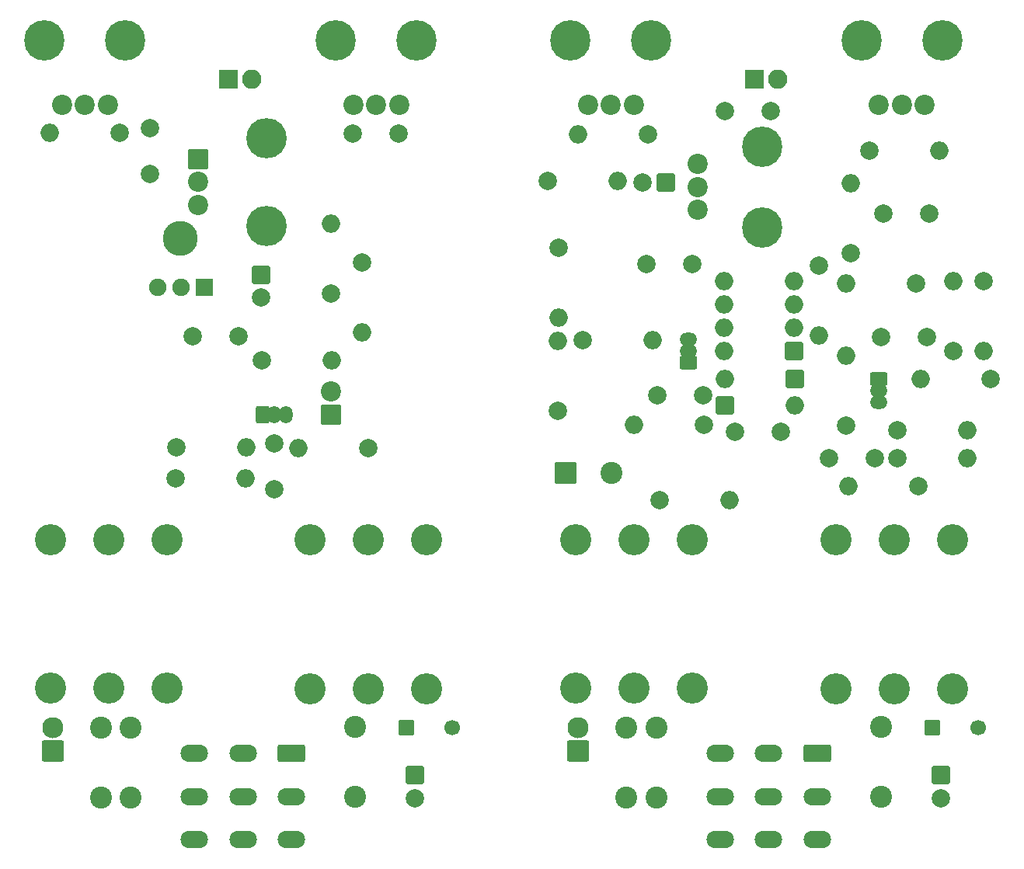
<source format=gbr>
%TF.GenerationSoftware,KiCad,Pcbnew,6.0.0-d3dd2cf0fa~116~ubuntu20.04.1*%
%TF.CreationDate,2022-01-02T14:57:48+00:00*%
%TF.ProjectId,combined,636f6d62-696e-4656-942e-6b696361645f,rev?*%
%TF.SameCoordinates,Original*%
%TF.FileFunction,Soldermask,Bot*%
%TF.FilePolarity,Negative*%
%FSLAX46Y46*%
G04 Gerber Fmt 4.6, Leading zero omitted, Abs format (unit mm)*
G04 Created by KiCad (PCBNEW 6.0.0-d3dd2cf0fa~116~ubuntu20.04.1) date 2022-01-02 14:57:48*
%MOMM*%
%LPD*%
G01*
G04 APERTURE LIST*
G04 Aperture macros list*
%AMRoundRect*
0 Rectangle with rounded corners*
0 $1 Rounding radius*
0 $2 $3 $4 $5 $6 $7 $8 $9 X,Y pos of 4 corners*
0 Add a 4 corners polygon primitive as box body*
4,1,4,$2,$3,$4,$5,$6,$7,$8,$9,$2,$3,0*
0 Add four circle primitives for the rounded corners*
1,1,$1+$1,$2,$3*
1,1,$1+$1,$4,$5*
1,1,$1+$1,$6,$7*
1,1,$1+$1,$8,$9*
0 Add four rect primitives between the rounded corners*
20,1,$1+$1,$2,$3,$4,$5,0*
20,1,$1+$1,$4,$5,$6,$7,0*
20,1,$1+$1,$6,$7,$8,$9,0*
20,1,$1+$1,$8,$9,$2,$3,0*%
G04 Aperture macros list end*
%ADD10RoundRect,0.200000X1.300000X0.750000X-1.300000X0.750000X-1.300000X-0.750000X1.300000X-0.750000X0*%
%ADD11O,3.000000X1.900000*%
%ADD12C,3.400000*%
%ADD13RoundRect,0.200000X0.850000X-0.850000X0.850000X0.850000X-0.850000X0.850000X-0.850000X-0.850000X0*%
%ADD14O,2.100000X2.100000*%
%ADD15RoundRect,0.200000X-0.800000X0.800000X-0.800000X-0.800000X0.800000X-0.800000X0.800000X0.800000X0*%
%ADD16C,2.000000*%
%ADD17RoundRect,0.200000X1.000000X0.950000X-1.000000X0.950000X-1.000000X-0.950000X1.000000X-0.950000X0*%
%ADD18C,2.300000*%
%ADD19C,2.398980*%
%ADD20RoundRect,0.200000X-0.650000X-0.650000X0.650000X-0.650000X0.650000X0.650000X-0.650000X0.650000X0*%
%ADD21C,1.700000*%
%ADD22O,2.000000X2.000000*%
%ADD23O,4.400000X4.400000*%
%ADD24RoundRect,0.200000X-0.900000X0.900000X-0.900000X-0.900000X0.900000X-0.900000X0.900000X0.900000X0*%
%ADD25C,2.200000*%
%ADD26C,3.800000*%
%ADD27RoundRect,0.200000X0.900000X-0.900000X0.900000X0.900000X-0.900000X0.900000X-0.900000X-0.900000X0*%
%ADD28RoundRect,0.200000X0.750000X0.750000X-0.750000X0.750000X-0.750000X-0.750000X0.750000X-0.750000X0*%
%ADD29C,1.900000*%
%ADD30C,4.400000*%
%ADD31RoundRect,0.200000X-0.525000X-0.750000X0.525000X-0.750000X0.525000X0.750000X-0.525000X0.750000X0*%
%ADD32O,1.450000X1.900000*%
%ADD33RoundRect,0.200000X-0.750000X0.525000X-0.750000X-0.525000X0.750000X-0.525000X0.750000X0.525000X0*%
%ADD34O,1.900000X1.450000*%
%ADD35RoundRect,0.200000X0.750000X-0.525000X0.750000X0.525000X-0.750000X0.525000X-0.750000X-0.525000X0*%
%ADD36RoundRect,0.200000X0.800000X0.800000X-0.800000X0.800000X-0.800000X-0.800000X0.800000X-0.800000X0*%
%ADD37RoundRect,0.200000X-1.000000X-1.000000X1.000000X-1.000000X1.000000X1.000000X-1.000000X1.000000X0*%
%ADD38C,2.400000*%
%ADD39RoundRect,0.200000X-0.800000X-0.800000X0.800000X-0.800000X0.800000X0.800000X-0.800000X0.800000X0*%
G04 APERTURE END LIST*
D10*
%TO.C,SW1*%
X76108400Y-133813400D03*
D11*
X70808400Y-133813400D03*
X65508400Y-133813400D03*
X76108400Y-138513400D03*
X70808400Y-138538400D03*
X65508400Y-138513400D03*
X76108400Y-143213400D03*
X70808400Y-143213400D03*
X65508400Y-143213400D03*
%TD*%
D12*
%TO.C,J3*%
X49808400Y-126718400D03*
X62508400Y-126718400D03*
X56158400Y-126718400D03*
X49808400Y-110488400D03*
X62508400Y-110488400D03*
X56158400Y-110488400D03*
%TD*%
D13*
%TO.C,J2*%
X69208400Y-60288400D03*
D14*
X71748400Y-60288400D03*
%TD*%
D15*
%TO.C,C2*%
X89558400Y-136188400D03*
D16*
X89558400Y-138688400D03*
%TD*%
D17*
%TO.C,D1*%
X50058400Y-133528400D03*
D18*
X50058400Y-130988400D03*
%TD*%
D19*
%TO.C,R1*%
X83031800Y-138558600D03*
X83031800Y-130938600D03*
%TD*%
%TO.C,R3*%
X58558400Y-131008400D03*
X58558400Y-138628400D03*
%TD*%
%TO.C,R2*%
X55308400Y-138608400D03*
X55308400Y-130988400D03*
%TD*%
D20*
%TO.C,C1*%
X88608400Y-130988400D03*
D21*
X93608400Y-130988400D03*
%TD*%
D12*
%TO.C,J1*%
X90808400Y-110518400D03*
X78108400Y-110518400D03*
X84458400Y-110518400D03*
X90808400Y-126748400D03*
X78108400Y-126748400D03*
X84458400Y-126748400D03*
%TD*%
D16*
%TO.C,FXC4*%
X65368000Y-88317400D03*
X70368000Y-88317400D03*
%TD*%
%TO.C,FXC1*%
X74243400Y-105056000D03*
X74243400Y-100056000D03*
%TD*%
%TO.C,FXR2*%
X63575400Y-100484000D03*
D22*
X71195400Y-100484000D03*
%TD*%
D23*
%TO.C,RV2*%
X73402200Y-66778000D03*
X73402200Y-76278000D03*
D24*
X65902200Y-69028000D03*
D25*
X65902200Y-71528000D03*
X65902200Y-74028000D03*
%TD*%
D26*
%TO.C,TP1*%
X64007200Y-77700200D03*
%TD*%
D16*
%TO.C,FXC2*%
X60679800Y-70609800D03*
X60679800Y-65609800D03*
%TD*%
D15*
%TO.C,FXC3*%
X72795600Y-81618806D03*
D16*
X72795600Y-84118806D03*
%TD*%
D27*
%TO.C,D2*%
X80390200Y-96902600D03*
D25*
X80390200Y-94362600D03*
%TD*%
D16*
%TO.C,FXR7*%
X83768400Y-80291000D03*
D22*
X83768400Y-87911000D03*
%TD*%
D28*
%TO.C,Q2*%
X66577000Y-82983400D03*
D29*
X64037000Y-82983400D03*
X61497000Y-82983400D03*
%TD*%
D16*
%TO.C,FXC5*%
X82792400Y-66219400D03*
X87792400Y-66219400D03*
%TD*%
%TO.C,FXR4*%
X72897200Y-90959000D03*
D22*
X80517200Y-90959000D03*
%TD*%
D16*
%TO.C,FXR1*%
X84505000Y-100509400D03*
D22*
X76885000Y-100509400D03*
%TD*%
D16*
%TO.C,FXR3*%
X63448400Y-103811400D03*
D22*
X71068400Y-103811400D03*
%TD*%
D30*
%TO.C,RV3*%
X80917800Y-56100000D03*
X89717800Y-56100000D03*
D25*
X87817800Y-63100000D03*
X85317800Y-63100000D03*
X82817800Y-63100000D03*
%TD*%
D30*
%TO.C,RV1*%
X57993200Y-56100000D03*
X49193200Y-56100000D03*
D25*
X56093200Y-63100000D03*
X53593200Y-63100000D03*
X51093200Y-63100000D03*
%TD*%
D16*
%TO.C,FXR6*%
X80441000Y-83643800D03*
D22*
X80441000Y-76023800D03*
%TD*%
D16*
%TO.C,FXR5*%
X57403200Y-66143200D03*
D22*
X49783200Y-66143200D03*
%TD*%
D31*
%TO.C,Q1*%
X72922600Y-96851800D03*
D32*
X74192600Y-96851800D03*
X75462600Y-96851800D03*
%TD*%
D10*
%TO.C,SW1*%
X133410800Y-133813400D03*
D11*
X128110800Y-133813400D03*
X122810800Y-133813400D03*
X133410800Y-138513400D03*
X128110800Y-138538400D03*
X122810800Y-138513400D03*
X133410800Y-143213400D03*
X128110800Y-143213400D03*
X122810800Y-143213400D03*
%TD*%
D12*
%TO.C,J3*%
X107110800Y-126718400D03*
X119810800Y-126718400D03*
X113460800Y-126718400D03*
X107110800Y-110488400D03*
X119810800Y-110488400D03*
X113460800Y-110488400D03*
%TD*%
D13*
%TO.C,J1*%
X126510800Y-60288400D03*
D14*
X129050800Y-60288400D03*
%TD*%
D15*
%TO.C,C2*%
X146860800Y-136188400D03*
D16*
X146860800Y-138688400D03*
%TD*%
D17*
%TO.C,D1*%
X107360800Y-133528400D03*
D18*
X107360800Y-130988400D03*
%TD*%
D19*
%TO.C,R1*%
X140334200Y-138558600D03*
X140334200Y-130938600D03*
%TD*%
%TO.C,R2*%
X115860800Y-131008400D03*
X115860800Y-138628400D03*
%TD*%
%TO.C,R3*%
X112610800Y-138608400D03*
X112610800Y-130988400D03*
%TD*%
D20*
%TO.C,C1*%
X145910800Y-130988400D03*
D21*
X150910800Y-130988400D03*
%TD*%
D12*
%TO.C,J2*%
X148110800Y-110518400D03*
X135410800Y-110518400D03*
X141760800Y-110518400D03*
X148110800Y-126748400D03*
X135410800Y-126748400D03*
X141760800Y-126748400D03*
%TD*%
D16*
%TO.C,FXR7*%
X133577800Y-80646600D03*
D22*
X133577800Y-88266600D03*
%TD*%
D16*
%TO.C,FXR11*%
X139038800Y-68124400D03*
D22*
X146658800Y-68124400D03*
%TD*%
D16*
%TO.C,FXR8*%
X103986800Y-71426400D03*
D22*
X111606800Y-71426400D03*
%TD*%
D16*
%TO.C,FXC1*%
X134633800Y-101627000D03*
X139633800Y-101627000D03*
%TD*%
%TO.C,FXC7*%
X140602800Y-74982400D03*
X145602800Y-74982400D03*
%TD*%
D33*
%TO.C,FXQ1*%
X140054800Y-93016400D03*
D34*
X140054800Y-94286400D03*
X140054800Y-95556400D03*
%TD*%
D16*
%TO.C,FXC8*%
X123305400Y-63755600D03*
X128305400Y-63755600D03*
%TD*%
D35*
%TO.C,Q1*%
X119332800Y-91238400D03*
D34*
X119332800Y-89968400D03*
X119332800Y-88698400D03*
%TD*%
D16*
%TO.C,FXR13*%
X105129800Y-96445400D03*
D22*
X105129800Y-88825400D03*
%TD*%
D16*
%TO.C,FXR3*%
X152246800Y-93016400D03*
D22*
X144626800Y-93016400D03*
%TD*%
D36*
%TO.C,U1*%
X130900800Y-89958400D03*
D22*
X130900800Y-87418400D03*
X130900800Y-84878400D03*
X130900800Y-82338400D03*
X123280800Y-82338400D03*
X123280800Y-84878400D03*
X123280800Y-87418400D03*
X123280800Y-89958400D03*
%TD*%
D16*
%TO.C,R4*%
X148182800Y-89968400D03*
D22*
X148182800Y-82348400D03*
%TD*%
D37*
%TO.C,FXC9*%
X105962523Y-103278000D03*
D38*
X110962523Y-103278000D03*
%TD*%
D36*
%TO.C,FXC6*%
X116864600Y-71578800D03*
D16*
X114364600Y-71578800D03*
%TD*%
D39*
%TO.C,FXD1*%
X123316200Y-95886600D03*
D22*
X130936200Y-95886600D03*
%TD*%
D30*
%TO.C,RV2*%
X127365000Y-67661400D03*
X127365000Y-76461400D03*
D25*
X120365000Y-74561400D03*
X120365000Y-72061400D03*
X120365000Y-69561400D03*
%TD*%
D16*
%TO.C,FXR12*%
X107822200Y-88774600D03*
D22*
X115442200Y-88774600D03*
%TD*%
D16*
%TO.C,FXR2*%
X142086800Y-98604400D03*
D22*
X149706800Y-98604400D03*
%TD*%
D16*
%TO.C,FXR4*%
X121004800Y-97969400D03*
D22*
X113384800Y-97969400D03*
%TD*%
D16*
%TO.C,FXR14*%
X105206000Y-78665400D03*
D22*
X105206000Y-86285400D03*
%TD*%
D16*
%TO.C,FXR15*%
X116178800Y-106224400D03*
D22*
X123798800Y-106224400D03*
%TD*%
D16*
%TO.C,FXR22*%
X144372800Y-104700400D03*
D22*
X136752800Y-104700400D03*
%TD*%
D30*
%TO.C,RV3*%
X147020200Y-56100000D03*
X138220200Y-56100000D03*
D25*
X145120200Y-63100000D03*
X142620200Y-63100000D03*
X140120200Y-63100000D03*
%TD*%
D16*
%TO.C,FXC2*%
X145348800Y-88444400D03*
X140348800Y-88444400D03*
%TD*%
%TO.C,FXC3*%
X115964800Y-94794400D03*
X120964800Y-94794400D03*
%TD*%
%TO.C,R5*%
X151484800Y-82348400D03*
D22*
X151484800Y-89968400D03*
%TD*%
D30*
%TO.C,RV1*%
X115295600Y-56100000D03*
X106495600Y-56100000D03*
D25*
X113395600Y-63100000D03*
X110895600Y-63100000D03*
X108395600Y-63100000D03*
%TD*%
D16*
%TO.C,FXC5*%
X114781800Y-80468800D03*
X119781800Y-80468800D03*
%TD*%
%TO.C,FXC4*%
X124408400Y-98782200D03*
X129408400Y-98782200D03*
%TD*%
%TO.C,FXR1*%
X142086800Y-101652400D03*
D22*
X149706800Y-101652400D03*
%TD*%
D16*
%TO.C,FXR6*%
X114908800Y-66346400D03*
D22*
X107288800Y-66346400D03*
%TD*%
D16*
%TO.C,FXR10*%
X137006800Y-79300400D03*
D22*
X137006800Y-71680400D03*
%TD*%
D16*
%TO.C,FXR5*%
X136498800Y-98096400D03*
D22*
X136498800Y-90476400D03*
%TD*%
D16*
%TO.C,FXR9*%
X144118800Y-82602400D03*
D22*
X136498800Y-82602400D03*
%TD*%
D36*
%TO.C,FXD2*%
X130910800Y-93016400D03*
D22*
X123290800Y-93016400D03*
%TD*%
M02*

</source>
